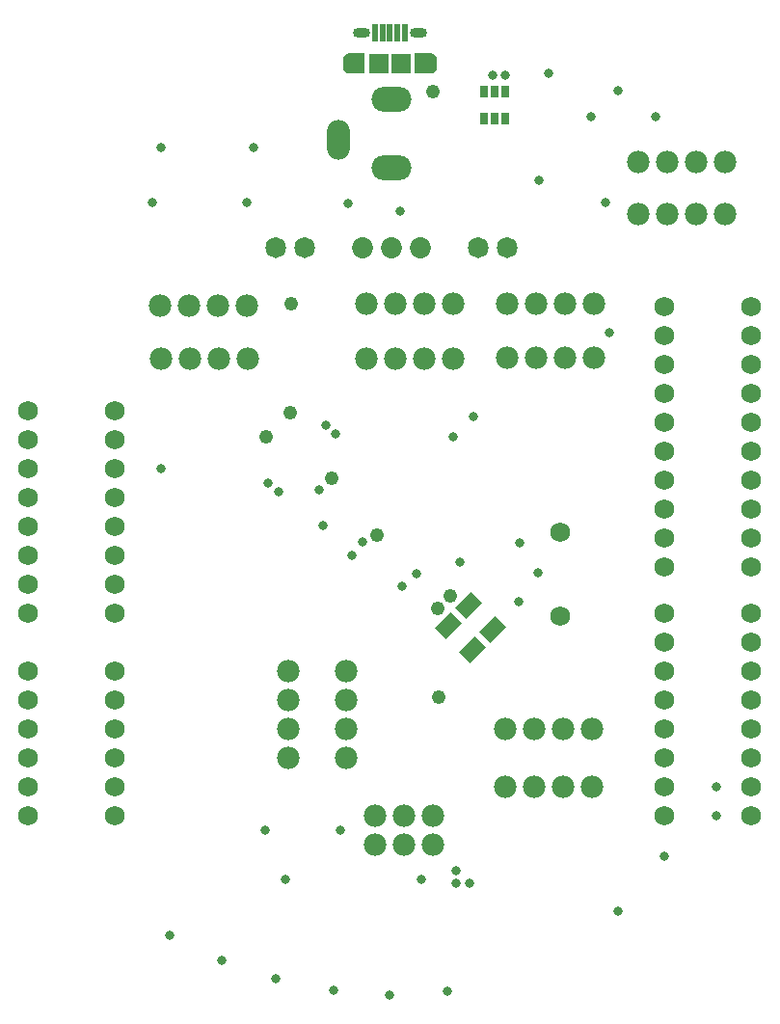
<source format=gbs>
G04*
G04 #@! TF.GenerationSoftware,Altium Limited,Altium Designer,24.2.2 (26)*
G04*
G04 Layer_Color=16711935*
%FSLAX44Y44*%
%MOMM*%
G71*
G04*
G04 #@! TF.SameCoordinates,14A9DA51-42A2-44A4-A91A-1E31E54FDAF6*
G04*
G04*
G04 #@! TF.FilePolarity,Negative*
G04*
G01*
G75*
%ADD43C,0.0000*%
G04:AMPARAMS|DCode=57|XSize=1.3208mm|YSize=2.0066mm|CornerRadius=0mm|HoleSize=0mm|Usage=FLASHONLY|Rotation=135.000|XOffset=0mm|YOffset=0mm|HoleType=Round|Shape=Rectangle|*
%AMROTATEDRECTD57*
4,1,4,1.1764,0.2425,-0.2425,-1.1764,-1.1764,-0.2425,0.2425,1.1764,1.1764,0.2425,0.0*
%
%ADD57ROTATEDRECTD57*%

%ADD66C,1.9812*%
%ADD67C,1.8232*%
%ADD68C,1.7272*%
%ADD69O,0.9782X1.7532*%
%ADD70O,1.5032X0.8532*%
%ADD71O,2.0032X3.5032*%
%ADD72O,3.5052X2.2032*%
%ADD73C,1.8532*%
%ADD74C,0.8382*%
%ADD75C,1.7526*%
%ADD76C,1.2192*%
%ADD91R,1.7032X1.7532*%
%ADD92R,0.5842X1.5532*%
%ADD93R,0.6858X1.0508*%
G36*
X459040Y923140D02*
X458780Y923120D01*
X458520Y923090D01*
X458260Y923040D01*
X458010Y922980D01*
X457750Y922910D01*
X457510Y922820D01*
X457270Y922720D01*
X457030Y922610D01*
X456800Y922480D01*
X456580Y922340D01*
X456360Y922200D01*
X456150Y922040D01*
X455950Y921870D01*
X455760Y921690D01*
X455580Y921500D01*
X455410Y921300D01*
X455250Y921090D01*
X455110Y920870D01*
X454970Y920650D01*
X454840Y920420D01*
X454730Y920180D01*
X454630Y919940D01*
X454540Y919700D01*
X454470Y919440D01*
X454410Y919190D01*
X454360Y918930D01*
X454330Y918670D01*
X454310Y918410D01*
X454300Y918150D01*
Y910650D01*
X454310Y910390D01*
X454330Y910130D01*
X454360Y909870D01*
X454410Y909610D01*
X454470Y909360D01*
X454540Y909100D01*
X454630Y908860D01*
X454730Y908620D01*
X454840Y908380D01*
X454970Y908150D01*
X455110Y907930D01*
X455250Y907710D01*
X455410Y907500D01*
X455580Y907300D01*
X455760Y907110D01*
X455950Y906930D01*
X456150Y906760D01*
X456360Y906600D01*
X456580Y906460D01*
X456800Y906320D01*
X457030Y906190D01*
X457270Y906080D01*
X457510Y905980D01*
X457750Y905890D01*
X458010Y905820D01*
X458260Y905760D01*
X458520Y905710D01*
X458780Y905680D01*
X459040Y905660D01*
X459300Y905650D01*
X473300D01*
Y923150D01*
X459300D01*
X459040Y923140D01*
D02*
G37*
G36*
X517300Y905650D02*
X531300D01*
X531560Y905660D01*
X531820Y905680D01*
X532080Y905710D01*
X532340Y905760D01*
X532590Y905820D01*
X532850Y905890D01*
X533090Y905980D01*
X533330Y906080D01*
X533570Y906190D01*
X533800Y906320D01*
X534020Y906460D01*
X534240Y906600D01*
X534450Y906760D01*
X534650Y906930D01*
X534840Y907110D01*
X535020Y907300D01*
X535190Y907500D01*
X535350Y907710D01*
X535490Y907930D01*
X535630Y908150D01*
X535760Y908380D01*
X535870Y908620D01*
X535970Y908860D01*
X536060Y909100D01*
X536130Y909360D01*
X536190Y909610D01*
X536240Y909870D01*
X536270Y910130D01*
X536290Y910390D01*
X536300Y910650D01*
Y918150D01*
X536290Y918410D01*
X536270Y918670D01*
X536240Y918930D01*
X536190Y919190D01*
X536130Y919440D01*
X536060Y919700D01*
X535970Y919940D01*
X535870Y920180D01*
X535760Y920420D01*
X535630Y920650D01*
X535490Y920870D01*
X535350Y921090D01*
X535190Y921300D01*
X535020Y921500D01*
X534840Y921690D01*
X534650Y921870D01*
X534450Y922040D01*
X534240Y922200D01*
X534020Y922340D01*
X533800Y922480D01*
X533570Y922610D01*
X533330Y922720D01*
X533090Y922820D01*
X532850Y922910D01*
X532590Y922980D01*
X532340Y923040D01*
X532080Y923090D01*
X531820Y923120D01*
X531560Y923140D01*
X531300Y923150D01*
X517300D01*
Y905650D01*
D02*
G37*
D43*
X581381Y752856D02*
G03*
X581381Y752856I-8611J0D01*
G01*
X606781D02*
G03*
X606781Y752856I-8611J0D01*
G01*
X428981D02*
G03*
X428981Y752856I-8611J0D01*
G01*
X403581D02*
G03*
X403581Y752856I-8611J0D01*
G01*
D57*
X564713Y438587D02*
D03*
X585907Y417393D02*
D03*
X546933Y420807D02*
D03*
X568127Y399613D02*
D03*
D66*
X648970Y703580D02*
D03*
X674370D02*
D03*
X598170D02*
D03*
X623570D02*
D03*
X649010Y655590D02*
D03*
X674410D02*
D03*
X598210D02*
D03*
X623610D02*
D03*
X457200Y330200D02*
D03*
Y304800D02*
D03*
Y381000D02*
D03*
Y355600D02*
D03*
X406400D02*
D03*
Y381000D02*
D03*
Y304800D02*
D03*
Y330200D02*
D03*
X525780Y655320D02*
D03*
X551180D02*
D03*
X474980D02*
D03*
X500380D02*
D03*
X525780Y703580D02*
D03*
X551180D02*
D03*
X474980D02*
D03*
X500380D02*
D03*
X622300Y279400D02*
D03*
X596900D02*
D03*
X673100D02*
D03*
X647700D02*
D03*
X622300Y330200D02*
D03*
X596900D02*
D03*
X673100D02*
D03*
X647700D02*
D03*
X344170Y702056D02*
D03*
X369570D02*
D03*
X293370D02*
D03*
X318770D02*
D03*
X319786Y655320D02*
D03*
X294386D02*
D03*
X370586D02*
D03*
X345186D02*
D03*
X739140Y828040D02*
D03*
X713740D02*
D03*
X789940D02*
D03*
X764540D02*
D03*
X739140Y782320D02*
D03*
X713740D02*
D03*
X789940D02*
D03*
X764540D02*
D03*
X482600Y228600D02*
D03*
Y254000D02*
D03*
X508000Y228600D02*
D03*
Y254000D02*
D03*
X533400Y228600D02*
D03*
Y254000D02*
D03*
D67*
X572770Y752856D02*
D03*
X598170D02*
D03*
X420370D02*
D03*
X394970D02*
D03*
D68*
X736600Y701040D02*
D03*
Y675640D02*
D03*
Y650240D02*
D03*
Y624840D02*
D03*
Y599440D02*
D03*
Y574040D02*
D03*
Y548640D02*
D03*
Y523240D02*
D03*
Y497840D02*
D03*
Y472440D02*
D03*
X254000Y254000D02*
D03*
Y279400D02*
D03*
Y304800D02*
D03*
Y330200D02*
D03*
Y355600D02*
D03*
Y381000D02*
D03*
X177800D02*
D03*
Y355600D02*
D03*
Y330200D02*
D03*
Y304800D02*
D03*
Y279400D02*
D03*
Y254000D02*
D03*
X812800D02*
D03*
Y279400D02*
D03*
Y304800D02*
D03*
Y330200D02*
D03*
Y355600D02*
D03*
Y381000D02*
D03*
Y406400D02*
D03*
Y431800D02*
D03*
X736600Y254000D02*
D03*
Y279400D02*
D03*
Y304800D02*
D03*
Y330200D02*
D03*
Y355600D02*
D03*
Y381000D02*
D03*
Y406400D02*
D03*
Y431800D02*
D03*
X177800Y609600D02*
D03*
Y584200D02*
D03*
Y558800D02*
D03*
Y533400D02*
D03*
Y508000D02*
D03*
Y482600D02*
D03*
Y457200D02*
D03*
Y431800D02*
D03*
X254000Y609600D02*
D03*
Y584200D02*
D03*
Y558800D02*
D03*
Y533400D02*
D03*
Y508000D02*
D03*
Y482600D02*
D03*
Y457200D02*
D03*
Y431800D02*
D03*
X812800Y472440D02*
D03*
Y497840D02*
D03*
Y523240D02*
D03*
Y548640D02*
D03*
Y574040D02*
D03*
Y599440D02*
D03*
Y624840D02*
D03*
Y650240D02*
D03*
Y675640D02*
D03*
Y701040D02*
D03*
X645160Y502920D02*
D03*
D69*
X460300Y914400D02*
D03*
X530300D02*
D03*
D70*
X470300Y941400D02*
D03*
X520300D02*
D03*
D71*
X450070Y847650D02*
D03*
D72*
X496570Y822650D02*
D03*
Y882650D02*
D03*
D73*
X521970Y752856D02*
D03*
X496570D02*
D03*
X471170D02*
D03*
D74*
X688340Y678180D02*
D03*
X447502Y588818D02*
D03*
X471275Y494180D02*
D03*
X782320Y254000D02*
D03*
Y279400D02*
D03*
X546100Y99568D02*
D03*
X433070Y539750D02*
D03*
X728980Y867410D02*
D03*
X369316Y792226D02*
D03*
X504190Y784860D02*
D03*
X523240Y198120D02*
D03*
X403860D02*
D03*
X452120Y241300D02*
D03*
X386080D02*
D03*
X286512Y792226D02*
D03*
X458470Y791464D02*
D03*
X375920Y840740D02*
D03*
X294640D02*
D03*
X568960Y604520D02*
D03*
X439420Y596900D02*
D03*
X388620Y546100D02*
D03*
X397187Y538533D02*
D03*
X585344Y904367D02*
D03*
X596773Y904240D02*
D03*
X626110Y811530D02*
D03*
X684530Y792480D02*
D03*
X671830Y867410D02*
D03*
X695875Y170327D02*
D03*
X695960Y890270D02*
D03*
X634746Y905510D02*
D03*
X625094Y467360D02*
D03*
X609092Y493522D02*
D03*
X608584Y441452D02*
D03*
X556768Y476250D02*
D03*
X495300Y96520D02*
D03*
X445770Y100330D02*
D03*
X394970Y110490D02*
D03*
X347980Y127000D02*
D03*
X302260Y148590D02*
D03*
X518250Y466611D02*
D03*
X506222Y454914D02*
D03*
X293878Y558800D02*
D03*
X565150Y194310D02*
D03*
X553720Y205740D02*
D03*
Y194310D02*
D03*
X736437Y218619D02*
D03*
X462280Y482600D02*
D03*
X436110Y508770D02*
D03*
X551180Y586740D02*
D03*
D75*
X645160Y429260D02*
D03*
D76*
X483870Y500380D02*
D03*
X532765Y889635D02*
D03*
X407445Y607285D02*
D03*
X386490Y586330D02*
D03*
X408940Y703580D02*
D03*
X444500Y549910D02*
D03*
X537958Y358337D02*
D03*
X548640Y447040D02*
D03*
X537210Y435610D02*
D03*
D91*
X485300Y914400D02*
D03*
X505300D02*
D03*
D92*
X482300Y941400D02*
D03*
X488800D02*
D03*
X495300D02*
D03*
X501800D02*
D03*
X508300D02*
D03*
D93*
X596748Y889316D02*
D03*
X587248D02*
D03*
X577748D02*
D03*
Y865691D02*
D03*
X587248Y865691D02*
D03*
X596748Y865691D02*
D03*
M02*

</source>
